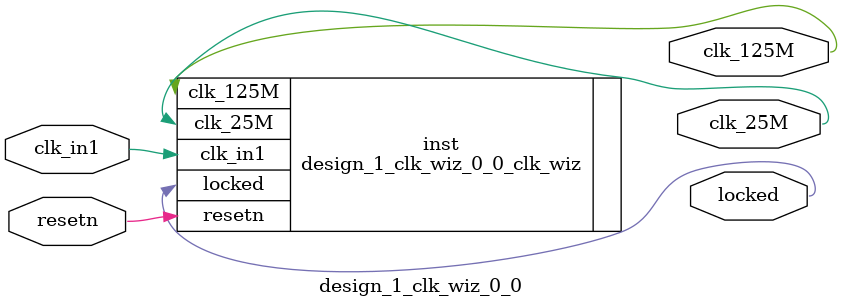
<source format=v>


`timescale 1ps/1ps

(* CORE_GENERATION_INFO = "design_1_clk_wiz_0_0,clk_wiz_v6_0_1_0_0,{component_name=design_1_clk_wiz_0_0,use_phase_alignment=true,use_min_o_jitter=false,use_max_i_jitter=false,use_dyn_phase_shift=false,use_inclk_switchover=false,use_dyn_reconfig=false,enable_axi=0,feedback_source=FDBK_AUTO,PRIMITIVE=MMCM,num_out_clk=2,clkin1_period=8.000,clkin2_period=10.000,use_power_down=false,use_reset=true,use_locked=true,use_inclk_stopped=false,feedback_type=SINGLE,CLOCK_MGR_TYPE=NA,manual_override=false}" *)

module design_1_clk_wiz_0_0 
 (
  // Clock out ports
  output        clk_25M,
  output        clk_125M,
  // Status and control signals
  input         resetn,
  output        locked,
 // Clock in ports
  input         clk_in1
 );

  design_1_clk_wiz_0_0_clk_wiz inst
  (
  // Clock out ports  
  .clk_25M(clk_25M),
  .clk_125M(clk_125M),
  // Status and control signals               
  .resetn(resetn), 
  .locked(locked),
 // Clock in ports
  .clk_in1(clk_in1)
  );

endmodule

</source>
